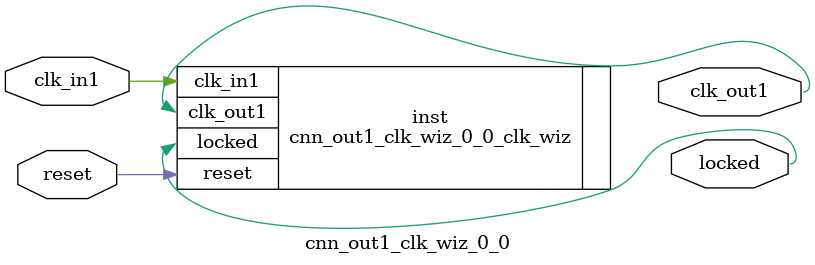
<source format=v>


`timescale 1ps/1ps

(* CORE_GENERATION_INFO = "cnn_out1_clk_wiz_0_0,clk_wiz_v6_0_1_0_0,{component_name=cnn_out1_clk_wiz_0_0,use_phase_alignment=true,use_min_o_jitter=false,use_max_i_jitter=false,use_dyn_phase_shift=false,use_inclk_switchover=false,use_dyn_reconfig=false,enable_axi=0,feedback_source=FDBK_AUTO,PRIMITIVE=MMCM,num_out_clk=1,clkin1_period=8.000,clkin2_period=10.000,use_power_down=false,use_reset=true,use_locked=true,use_inclk_stopped=false,feedback_type=SINGLE,CLOCK_MGR_TYPE=NA,manual_override=false}" *)

module cnn_out1_clk_wiz_0_0 
 (
  // Clock out ports
  output        clk_out1,
  // Status and control signals
  input         reset,
  output        locked,
 // Clock in ports
  input         clk_in1
 );

  cnn_out1_clk_wiz_0_0_clk_wiz inst
  (
  // Clock out ports  
  .clk_out1(clk_out1),
  // Status and control signals               
  .reset(reset), 
  .locked(locked),
 // Clock in ports
  .clk_in1(clk_in1)
  );

endmodule

</source>
